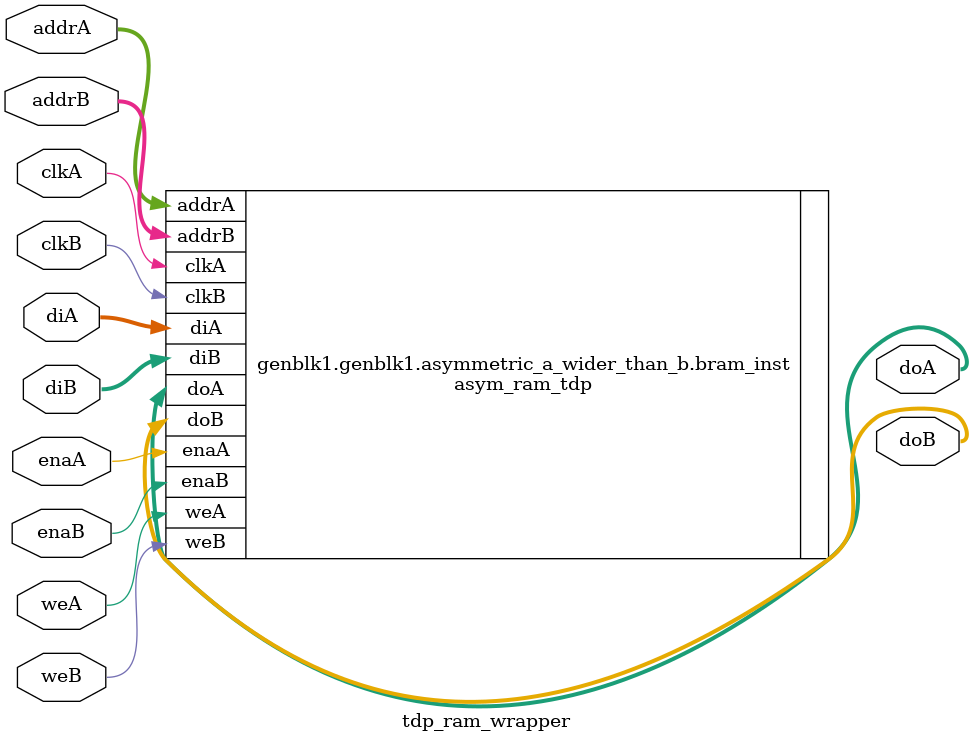
<source format=v>
`timescale 1ns / 1ps


module tdp_ram_wrapper(clkA, clkB, enaA, enaB, weA, weB, addrA, addrB, diA, doA, diB, doB);
    parameter WIDTHB = 4;
    parameter SIZEB = 1024;
    parameter ADDRWIDTHB = 10;
    parameter WIDTHA = 16;
    parameter SIZEA = 256;
    parameter ADDRWIDTHA = 8;
    parameter N_REGISTERS = 3;
    input clkA;
    input clkB;
    input weA, weB;
    input enaA, enaB;
    
    input [ADDRWIDTHA-1:0] addrA;
    input [ADDRWIDTHB-1:0] addrB;
    input [WIDTHA-1:0] diA;
    input [WIDTHB-1:0] diB;
    
    output [WIDTHA-1:0] doA;
    output [WIDTHB-1:0] doB;

    `define max(a,b) {(a) > (b) ? (a) : (b)}
    `define min(a,b) {(a) < (b) ? (a) : (b)}
    
    function integer log2;
    input integer value;
    reg [31:0] shifted;
    integer res;
    begin
      if (value < 2)
        log2 = value;
      else
      begin
        shifted = value-1;
        for (res=0; shifted>0; res=res+1)
          shifted = shifted>>1;
        log2 = res;
      end
    end
    endfunction
    
    localparam maxSIZE = `max(SIZEA, SIZEB);
    localparam maxWIDTH = `max(WIDTHA, WIDTHB);
    localparam minWIDTH = `min(WIDTHA, WIDTHB);
    
    localparam RATIO = maxWIDTH / minWIDTH;
    localparam log2RATIO = log2(RATIO);
    
    reg [minWIDTH-1:0] RAM [0:maxSIZE-1];
    reg [WIDTHA-1:0] readA;
    reg [WIDTHB-1:0] readB;

    generate
    if (RATIO == 1) begin : symmetric_ram
        sym_ram_tdp #(
        .SIZE(SIZEA),
        .ADDRWIDTH(ADDRWIDTHA),
        .WIDTH(WIDTHA),
        .N_REGISTERS(N_REGISTERS)
        ) bram_inst (
        .clkA(clkA),
        .weA(weA),
        .addrA(addrA),
        .diA(diA),
        .doA(doA),
        .enaA(enaA),
        .clkB(clkB),
        .weB(weB),
        .addrB(addrB),
        .diB(diB),
        .doB(doB),
        .enaB(enaB)
        );
    end else if (WIDTHA < WIDTHB) begin :asymmetric_b_wider_than_a
        asym_ram_tdp #(
        .SIZEA(SIZEB),
        .ADDRWIDTHA(ADDRWIDTHB),
        .WIDTHA(WIDTHB),
        .SIZEB(SIZEA),
        .ADDRWIDTHB(ADDRWIDTHA),
        .WIDTHB(WIDTHA),
        .N_REGISTERS(N_REGISTERS)
        ) bram_inst (
        .clkA(clkB),
        .weA(weB),
        .addrA(addrB),
        .diA(diB),
        .doA(doB),
        .enaA(enaB),
        .clkB(clkA),
        .weB(weA),
        .addrB(addrA),
        .diB(diA),
        .doB(doA),
        .enaB(enaA)
        );
    end else if (WIDTHA > WIDTHB) begin :asymmetric_a_wider_than_b
        asym_ram_tdp #(
        .SIZEA(SIZEA),
        .ADDRWIDTHA(ADDRWIDTHA),
        .WIDTHA(WIDTHA),
        .SIZEB(SIZEB),
        .ADDRWIDTHB(ADDRWIDTHB),
        .WIDTHB(WIDTHB),
        .N_REGISTERS(N_REGISTERS)
        ) bram_inst (
        .clkA(clkA),
        .weA(weA),
        .addrA(addrA),
        .diA(diA),
        .doA(doA),
        .enaA(enaA),
        .clkB(clkB),
        .weB(weB),
        .addrB(addrB),
        .diB(diB),
        .doB(doB),
        .enaB(enaB)
        );
    end
    endgenerate
endmodule

</source>
